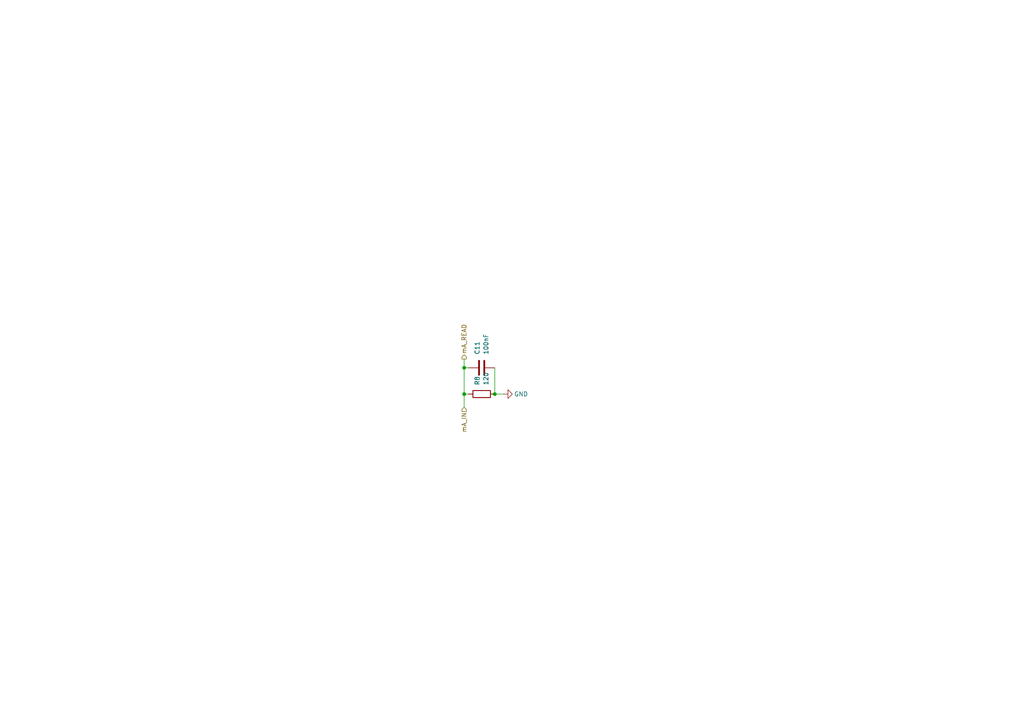
<source format=kicad_sch>
(kicad_sch
	(version 20250114)
	(generator "eeschema")
	(generator_version "9.0")
	(uuid "8748209c-463b-48c8-8b33-9352dfa13c8c")
	(paper "A4")
	(lib_symbols
		(symbol "Device:C"
			(pin_numbers
				(hide yes)
			)
			(pin_names
				(offset 0.254)
			)
			(exclude_from_sim no)
			(in_bom yes)
			(on_board yes)
			(property "Reference" "C"
				(at 0.635 2.54 0)
				(effects
					(font
						(size 1.27 1.27)
					)
					(justify left)
				)
			)
			(property "Value" "C"
				(at 0.635 -2.54 0)
				(effects
					(font
						(size 1.27 1.27)
					)
					(justify left)
				)
			)
			(property "Footprint" ""
				(at 0.9652 -3.81 0)
				(effects
					(font
						(size 1.27 1.27)
					)
					(hide yes)
				)
			)
			(property "Datasheet" "~"
				(at 0 0 0)
				(effects
					(font
						(size 1.27 1.27)
					)
					(hide yes)
				)
			)
			(property "Description" "Unpolarized capacitor"
				(at 0 0 0)
				(effects
					(font
						(size 1.27 1.27)
					)
					(hide yes)
				)
			)
			(property "ki_keywords" "cap capacitor"
				(at 0 0 0)
				(effects
					(font
						(size 1.27 1.27)
					)
					(hide yes)
				)
			)
			(property "ki_fp_filters" "C_*"
				(at 0 0 0)
				(effects
					(font
						(size 1.27 1.27)
					)
					(hide yes)
				)
			)
			(symbol "C_0_1"
				(polyline
					(pts
						(xy -2.032 0.762) (xy 2.032 0.762)
					)
					(stroke
						(width 0.508)
						(type default)
					)
					(fill
						(type none)
					)
				)
				(polyline
					(pts
						(xy -2.032 -0.762) (xy 2.032 -0.762)
					)
					(stroke
						(width 0.508)
						(type default)
					)
					(fill
						(type none)
					)
				)
			)
			(symbol "C_1_1"
				(pin passive line
					(at 0 3.81 270)
					(length 2.794)
					(name "~"
						(effects
							(font
								(size 1.27 1.27)
							)
						)
					)
					(number "1"
						(effects
							(font
								(size 1.27 1.27)
							)
						)
					)
				)
				(pin passive line
					(at 0 -3.81 90)
					(length 2.794)
					(name "~"
						(effects
							(font
								(size 1.27 1.27)
							)
						)
					)
					(number "2"
						(effects
							(font
								(size 1.27 1.27)
							)
						)
					)
				)
			)
			(embedded_fonts no)
		)
		(symbol "Device:R"
			(pin_numbers
				(hide yes)
			)
			(pin_names
				(offset 0)
			)
			(exclude_from_sim no)
			(in_bom yes)
			(on_board yes)
			(property "Reference" "R"
				(at 2.032 0 90)
				(effects
					(font
						(size 1.27 1.27)
					)
				)
			)
			(property "Value" "R"
				(at 0 0 90)
				(effects
					(font
						(size 1.27 1.27)
					)
				)
			)
			(property "Footprint" ""
				(at -1.778 0 90)
				(effects
					(font
						(size 1.27 1.27)
					)
					(hide yes)
				)
			)
			(property "Datasheet" "~"
				(at 0 0 0)
				(effects
					(font
						(size 1.27 1.27)
					)
					(hide yes)
				)
			)
			(property "Description" "Resistor"
				(at 0 0 0)
				(effects
					(font
						(size 1.27 1.27)
					)
					(hide yes)
				)
			)
			(property "ki_keywords" "R res resistor"
				(at 0 0 0)
				(effects
					(font
						(size 1.27 1.27)
					)
					(hide yes)
				)
			)
			(property "ki_fp_filters" "R_*"
				(at 0 0 0)
				(effects
					(font
						(size 1.27 1.27)
					)
					(hide yes)
				)
			)
			(symbol "R_0_1"
				(rectangle
					(start -1.016 -2.54)
					(end 1.016 2.54)
					(stroke
						(width 0.254)
						(type default)
					)
					(fill
						(type none)
					)
				)
			)
			(symbol "R_1_1"
				(pin passive line
					(at 0 3.81 270)
					(length 1.27)
					(name "~"
						(effects
							(font
								(size 1.27 1.27)
							)
						)
					)
					(number "1"
						(effects
							(font
								(size 1.27 1.27)
							)
						)
					)
				)
				(pin passive line
					(at 0 -3.81 90)
					(length 1.27)
					(name "~"
						(effects
							(font
								(size 1.27 1.27)
							)
						)
					)
					(number "2"
						(effects
							(font
								(size 1.27 1.27)
							)
						)
					)
				)
			)
			(embedded_fonts no)
		)
		(symbol "power:GND"
			(power)
			(pin_numbers
				(hide yes)
			)
			(pin_names
				(offset 0)
				(hide yes)
			)
			(exclude_from_sim no)
			(in_bom yes)
			(on_board yes)
			(property "Reference" "#PWR"
				(at 0 -6.35 0)
				(effects
					(font
						(size 1.27 1.27)
					)
					(hide yes)
				)
			)
			(property "Value" "GND"
				(at 0 -3.81 0)
				(effects
					(font
						(size 1.27 1.27)
					)
				)
			)
			(property "Footprint" ""
				(at 0 0 0)
				(effects
					(font
						(size 1.27 1.27)
					)
					(hide yes)
				)
			)
			(property "Datasheet" ""
				(at 0 0 0)
				(effects
					(font
						(size 1.27 1.27)
					)
					(hide yes)
				)
			)
			(property "Description" "Power symbol creates a global label with name \"GND\" , ground"
				(at 0 0 0)
				(effects
					(font
						(size 1.27 1.27)
					)
					(hide yes)
				)
			)
			(property "ki_keywords" "global power"
				(at 0 0 0)
				(effects
					(font
						(size 1.27 1.27)
					)
					(hide yes)
				)
			)
			(symbol "GND_0_1"
				(polyline
					(pts
						(xy 0 0) (xy 0 -1.27) (xy 1.27 -1.27) (xy 0 -2.54) (xy -1.27 -1.27) (xy 0 -1.27)
					)
					(stroke
						(width 0)
						(type default)
					)
					(fill
						(type none)
					)
				)
			)
			(symbol "GND_1_1"
				(pin power_in line
					(at 0 0 270)
					(length 0)
					(name "~"
						(effects
							(font
								(size 1.27 1.27)
							)
						)
					)
					(number "1"
						(effects
							(font
								(size 1.27 1.27)
							)
						)
					)
				)
			)
			(embedded_fonts no)
		)
	)
	(junction
		(at 143.51 114.3)
		(diameter 0)
		(color 0 0 0 0)
		(uuid "073e6e56-882a-4309-8c6f-f56442752e8b")
	)
	(junction
		(at 134.62 114.3)
		(diameter 0)
		(color 0 0 0 0)
		(uuid "2b329f8d-ac5f-4388-aefc-00867ac9f2b6")
	)
	(junction
		(at 134.62 106.68)
		(diameter 0)
		(color 0 0 0 0)
		(uuid "368831e4-d1f4-4ff3-944e-0ea688295658")
	)
	(wire
		(pts
			(xy 134.62 114.3) (xy 135.89 114.3)
		)
		(stroke
			(width 0)
			(type default)
		)
		(uuid "040f8fe4-07f3-4fa3-b599-0ef528a0e03b")
	)
	(wire
		(pts
			(xy 134.62 106.68) (xy 134.62 104.14)
		)
		(stroke
			(width 0)
			(type default)
		)
		(uuid "1f3918a7-846a-4dfa-8c1f-01038bedbd88")
	)
	(wire
		(pts
			(xy 134.62 118.11) (xy 134.62 114.3)
		)
		(stroke
			(width 0)
			(type default)
		)
		(uuid "4f0f1ee5-466d-41e2-a27a-9cbce10cf4ca")
	)
	(wire
		(pts
			(xy 143.51 114.3) (xy 143.51 106.68)
		)
		(stroke
			(width 0)
			(type default)
		)
		(uuid "7842ef56-3275-4d4b-ac36-da6a68aa2e3d")
	)
	(wire
		(pts
			(xy 134.62 106.68) (xy 135.89 106.68)
		)
		(stroke
			(width 0)
			(type default)
		)
		(uuid "93d2cf15-6a86-48ea-9fe1-2273b046c3e6")
	)
	(wire
		(pts
			(xy 134.62 114.3) (xy 134.62 106.68)
		)
		(stroke
			(width 0)
			(type default)
		)
		(uuid "aa6bbc8b-e5c4-407c-b433-4a5b35427156")
	)
	(wire
		(pts
			(xy 143.51 114.3) (xy 146.05 114.3)
		)
		(stroke
			(width 0)
			(type default)
		)
		(uuid "e5f24dea-294d-4f94-bece-530d29a44099")
	)
	(hierarchical_label "mA_IN"
		(shape input)
		(at 134.62 118.11 270)
		(effects
			(font
				(size 1.27 1.27)
			)
			(justify right)
		)
		(uuid "c7836949-5bae-4298-a862-939a145fd298")
	)
	(hierarchical_label "mA_READ"
		(shape output)
		(at 134.62 104.14 90)
		(effects
			(font
				(size 1.27 1.27)
			)
			(justify left)
		)
		(uuid "ff51f694-364f-4e36-be1a-13e24b1e3ed1")
	)
	(symbol
		(lib_id "Device:R")
		(at 139.7 114.3 270)
		(unit 1)
		(exclude_from_sim no)
		(in_bom yes)
		(on_board yes)
		(dnp no)
		(fields_autoplaced yes)
		(uuid "06de1664-3be1-4d57-8c4f-078139e7dcba")
		(property "Reference" "R8"
			(at 138.4299 111.76 0)
			(effects
				(font
					(size 1.27 1.27)
				)
				(justify right)
			)
		)
		(property "Value" "120"
			(at 140.9699 111.76 0)
			(effects
				(font
					(size 1.27 1.27)
				)
				(justify right)
			)
		)
		(property "Footprint" ""
			(at 139.7 112.522 90)
			(effects
				(font
					(size 1.27 1.27)
				)
				(hide yes)
			)
		)
		(property "Datasheet" "~"
			(at 139.7 114.3 0)
			(effects
				(font
					(size 1.27 1.27)
				)
				(hide yes)
			)
		)
		(property "Description" "Resistor"
			(at 139.7 114.3 0)
			(effects
				(font
					(size 1.27 1.27)
				)
				(hide yes)
			)
		)
		(property "Tolerance" "0.1-1%"
			(at 139.7 114.3 0)
			(effects
				(font
					(size 1.27 1.27)
				)
				(hide yes)
			)
		)
		(pin "1"
			(uuid "e4deee99-bdfb-4926-835b-a40e634ef5a5")
		)
		(pin "2"
			(uuid "694f6152-f950-447b-8253-ede09748c302")
		)
		(instances
			(project "NIVARA"
				(path "/8290cc18-06d0-4e02-a781-29a61ebc321a/9e4d7a0c-a5eb-4e88-9036-0c35e68b279a/89d29688-da71-49bb-a25b-d6f160f4d0d4"
					(reference "R8")
					(unit 1)
				)
			)
		)
	)
	(symbol
		(lib_id "Device:C")
		(at 139.7 106.68 90)
		(unit 1)
		(exclude_from_sim no)
		(in_bom yes)
		(on_board yes)
		(dnp no)
		(uuid "a6b590fd-b1e3-4547-b291-656ff020d666")
		(property "Reference" "C11"
			(at 138.4299 102.87 0)
			(effects
				(font
					(size 1.27 1.27)
				)
				(justify left)
			)
		)
		(property "Value" "100nF"
			(at 140.9699 102.87 0)
			(effects
				(font
					(size 1.27 1.27)
				)
				(justify left)
			)
		)
		(property "Footprint" ""
			(at 143.51 105.7148 0)
			(effects
				(font
					(size 1.27 1.27)
				)
				(hide yes)
			)
		)
		(property "Datasheet" "~"
			(at 139.7 106.68 0)
			(effects
				(font
					(size 1.27 1.27)
				)
				(hide yes)
			)
		)
		(property "Description" "Unpolarized capacitor"
			(at 139.7 106.68 0)
			(effects
				(font
					(size 1.27 1.27)
				)
				(hide yes)
			)
		)
		(pin "2"
			(uuid "fdcb3717-c529-4530-b91e-6295fd73c67f")
		)
		(pin "1"
			(uuid "685ce0a2-7a14-434d-b71f-801195fb46f1")
		)
		(instances
			(project "NIVARA"
				(path "/8290cc18-06d0-4e02-a781-29a61ebc321a/9e4d7a0c-a5eb-4e88-9036-0c35e68b279a/89d29688-da71-49bb-a25b-d6f160f4d0d4"
					(reference "C11")
					(unit 1)
				)
			)
		)
	)
	(symbol
		(lib_id "power:GND")
		(at 146.05 114.3 90)
		(unit 1)
		(exclude_from_sim no)
		(in_bom yes)
		(on_board yes)
		(dnp no)
		(uuid "fb689e34-0b60-4d3f-8556-1e14706045f9")
		(property "Reference" "#PWR029"
			(at 152.4 114.3 0)
			(effects
				(font
					(size 1.27 1.27)
				)
				(hide yes)
			)
		)
		(property "Value" "GND"
			(at 151.13 114.3 90)
			(effects
				(font
					(size 1.27 1.27)
				)
			)
		)
		(property "Footprint" ""
			(at 146.05 114.3 0)
			(effects
				(font
					(size 1.27 1.27)
				)
				(hide yes)
			)
		)
		(property "Datasheet" ""
			(at 146.05 114.3 0)
			(effects
				(font
					(size 1.27 1.27)
				)
				(hide yes)
			)
		)
		(property "Description" "Power symbol creates a global label with name \"GND\" , ground"
			(at 146.05 114.3 0)
			(effects
				(font
					(size 1.27 1.27)
				)
				(hide yes)
			)
		)
		(pin "1"
			(uuid "ce5aeb2c-4b6f-4319-a5ae-0ff72d1fee6d")
		)
		(instances
			(project "NIVARA"
				(path "/8290cc18-06d0-4e02-a781-29a61ebc321a/9e4d7a0c-a5eb-4e88-9036-0c35e68b279a/89d29688-da71-49bb-a25b-d6f160f4d0d4"
					(reference "#PWR029")
					(unit 1)
				)
			)
		)
	)
)

</source>
